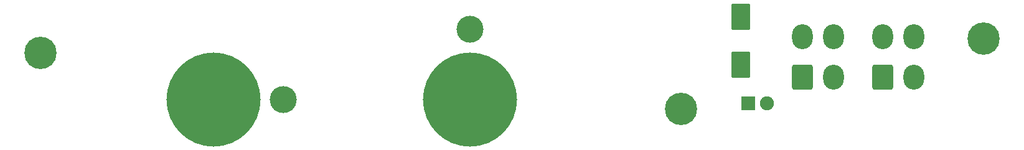
<source format=gbr>
%TF.GenerationSoftware,KiCad,Pcbnew,(6.0.9)*%
%TF.CreationDate,2022-12-26T18:23:53-09:00*%
%TF.ProjectId,PCB_ HUD VID RCD PANEL,5043422c-2048-4554-9420-564944205243,rev?*%
%TF.SameCoordinates,Original*%
%TF.FileFunction,Soldermask,Bot*%
%TF.FilePolarity,Negative*%
%FSLAX46Y46*%
G04 Gerber Fmt 4.6, Leading zero omitted, Abs format (unit mm)*
G04 Created by KiCad (PCBNEW (6.0.9)) date 2022-12-26 18:23:53*
%MOMM*%
%LPD*%
G01*
G04 APERTURE LIST*
G04 Aperture macros list*
%AMRoundRect*
0 Rectangle with rounded corners*
0 $1 Rounding radius*
0 $2 $3 $4 $5 $6 $7 $8 $9 X,Y pos of 4 corners*
0 Add a 4 corners polygon primitive as box body*
4,1,4,$2,$3,$4,$5,$6,$7,$8,$9,$2,$3,0*
0 Add four circle primitives for the rounded corners*
1,1,$1+$1,$2,$3*
1,1,$1+$1,$4,$5*
1,1,$1+$1,$6,$7*
1,1,$1+$1,$8,$9*
0 Add four rect primitives between the rounded corners*
20,1,$1+$1,$2,$3,$4,$5,0*
20,1,$1+$1,$4,$5,$6,$7,0*
20,1,$1+$1,$6,$7,$8,$9,0*
20,1,$1+$1,$8,$9,$2,$3,0*%
G04 Aperture macros list end*
%ADD10RoundRect,0.300001X-1.099999X-1.399999X1.099999X-1.399999X1.099999X1.399999X-1.099999X1.399999X0*%
%ADD11O,2.800000X3.400000*%
%ADD12RoundRect,0.050000X-0.900000X-0.900000X0.900000X-0.900000X0.900000X0.900000X-0.900000X0.900000X0*%
%ADD13C,1.900000*%
%ADD14RoundRect,0.300000X1.000000X-1.500000X1.000000X1.500000X-1.000000X1.500000X-1.000000X-1.500000X0*%
%ADD15C,12.800000*%
%ADD16C,3.672000*%
%ADD17C,4.400000*%
G04 APERTURE END LIST*
D10*
%TO.C,J2*%
X187706000Y-79375000D03*
D11*
X191906000Y-79375000D03*
X187706000Y-73875000D03*
X191906000Y-73875000D03*
%TD*%
D10*
%TO.C,J1*%
X198619000Y-79414000D03*
D11*
X202819000Y-79414000D03*
X198619000Y-73914000D03*
X202819000Y-73914000D03*
%TD*%
D12*
%TO.C,D17*%
X180340000Y-82931000D03*
D13*
X182880000Y-82931000D03*
%TD*%
D14*
%TO.C,C1*%
X179324000Y-77672000D03*
X179324000Y-71172000D03*
%TD*%
D15*
%TO.C,REF\u002A\u002A*%
X142494000Y-82423000D03*
X142494000Y-82423000D03*
D16*
X142494000Y-72898000D03*
%TD*%
%TO.C,REF\u002A\u002A*%
X117094000Y-82423000D03*
D15*
X107569000Y-82423000D03*
X107569000Y-82423000D03*
%TD*%
D17*
%TO.C,REF\u002A\u002A*%
X212344000Y-74168000D03*
%TD*%
%TO.C,REF\u002A\u002A*%
X171196000Y-83693000D03*
%TD*%
%TO.C,REF\u002A\u002A*%
X84074000Y-76073000D03*
%TD*%
M02*

</source>
